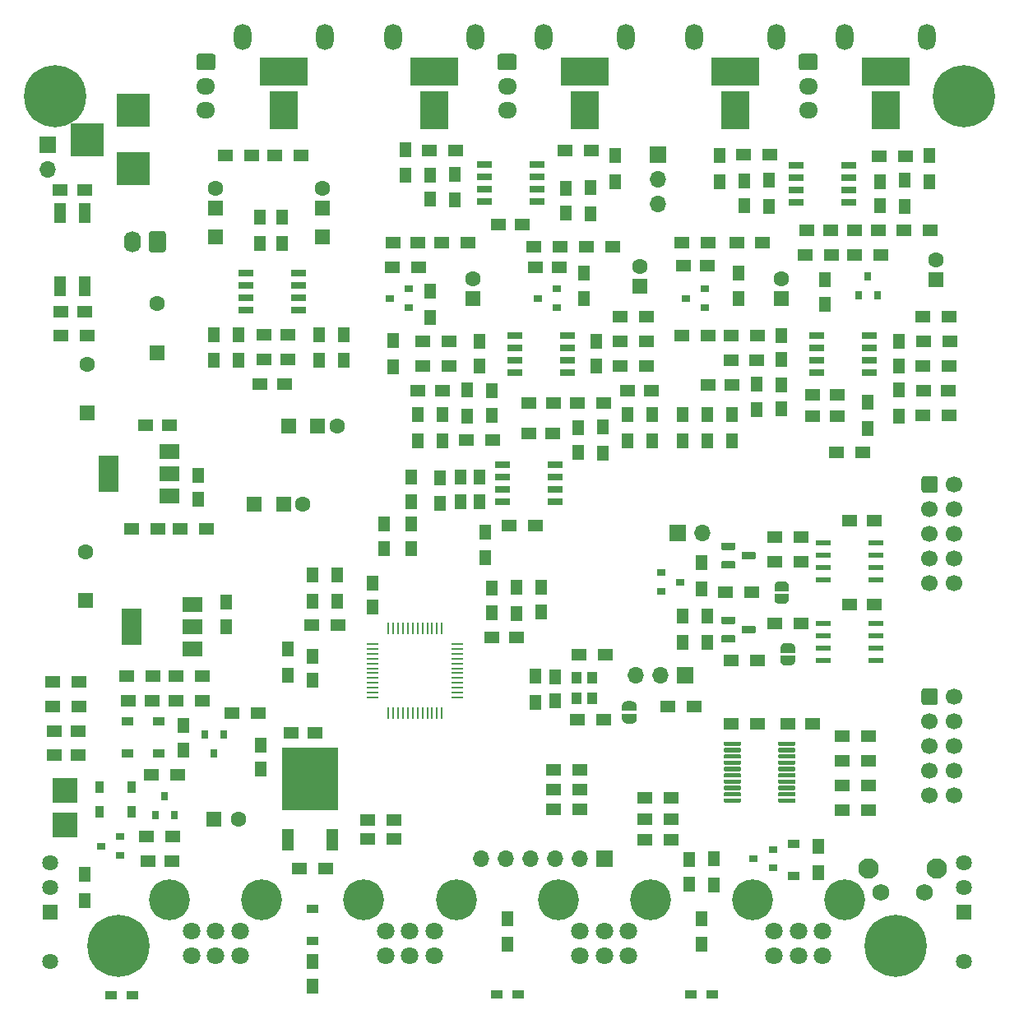
<source format=gts>
G04 #@! TF.GenerationSoftware,KiCad,Pcbnew,(5.1.9-0-10_14)*
G04 #@! TF.CreationDate,2022-04-29T11:46:03+09:00*
G04 #@! TF.ProjectId,FreeDSP_Catamaran,46726565-4453-4505-9f43-6174616d6172,rev?*
G04 #@! TF.SameCoordinates,Original*
G04 #@! TF.FileFunction,Soldermask,Top*
G04 #@! TF.FilePolarity,Negative*
%FSLAX46Y46*%
G04 Gerber Fmt 4.6, Leading zero omitted, Abs format (unit mm)*
G04 Created by KiCad (PCBNEW (5.1.9-0-10_14)) date 2022-04-29 11:46:03*
%MOMM*%
%LPD*%
G01*
G04 APERTURE LIST*
%ADD10C,4.200000*%
%ADD11C,1.800000*%
%ADD12O,1.950000X1.700000*%
%ADD13R,1.524000X1.524000*%
%ADD14C,1.600000*%
%ADD15R,1.600000X1.600000*%
%ADD16R,1.500000X1.300000*%
%ADD17R,1.300000X1.500000*%
%ADD18R,1.250000X1.500000*%
%ADD19R,1.500000X1.250000*%
%ADD20R,1.200000X0.900000*%
%ADD21R,0.900000X1.200000*%
%ADD22R,1.200000X2.000000*%
%ADD23R,0.250000X1.300000*%
%ADD24R,1.300000X0.250000*%
%ADD25R,1.550000X0.600000*%
%ADD26O,1.700000X1.700000*%
%ADD27R,1.700000X1.700000*%
%ADD28R,5.000000X3.000000*%
%ADD29R,3.000000X4.000000*%
%ADD30O,1.800000X2.700000*%
%ADD31C,1.700000*%
%ADD32R,3.500000X3.500000*%
%ADD33C,0.100000*%
%ADD34C,2.100000*%
%ADD35C,1.750000*%
%ADD36C,0.800000*%
%ADD37C,6.400000*%
%ADD38R,0.900000X0.800000*%
%ADD39R,0.800000X0.900000*%
%ADD40R,1.200000X2.200000*%
%ADD41R,5.800000X6.400000*%
%ADD42R,1.635000X1.635000*%
%ADD43C,1.635000*%
%ADD44R,1.525000X0.650000*%
%ADD45R,2.000000X3.800000*%
%ADD46R,2.000000X1.500000*%
%ADD47R,1.100000X1.300000*%
%ADD48O,1.740000X2.190000*%
%ADD49R,2.500000X2.500000*%
G04 APERTURE END LIST*
D10*
X125250000Y-129200000D03*
X134750000Y-129200000D03*
D11*
X127500000Y-132500000D03*
X130000000Y-132500000D03*
X132500000Y-132500000D03*
X127500000Y-135000000D03*
X130000000Y-135000000D03*
X132500000Y-135000000D03*
G36*
G01*
X68275000Y-42150000D02*
X69725000Y-42150000D01*
G75*
G02*
X69975000Y-42400000I0J-250000D01*
G01*
X69975000Y-43600000D01*
G75*
G02*
X69725000Y-43850000I-250000J0D01*
G01*
X68275000Y-43850000D01*
G75*
G02*
X68025000Y-43600000I0J250000D01*
G01*
X68025000Y-42400000D01*
G75*
G02*
X68275000Y-42150000I250000J0D01*
G01*
G37*
D12*
X69000000Y-45500000D03*
X69000000Y-48000000D03*
D13*
X77500000Y-80500000D03*
D14*
X82500000Y-80500000D03*
D15*
X80500000Y-80500000D03*
D13*
X74000000Y-88500000D03*
D14*
X79000000Y-88500000D03*
D15*
X77000000Y-88500000D03*
D16*
X145495000Y-69215000D03*
X142795000Y-69215000D03*
D11*
X92500000Y-135000000D03*
X90000000Y-135000000D03*
X87500000Y-135000000D03*
X92500000Y-132500000D03*
X90000000Y-132500000D03*
X87500000Y-132500000D03*
D10*
X94750000Y-129200000D03*
X85250000Y-129200000D03*
D17*
X121285000Y-127715000D03*
X121285000Y-125015000D03*
G36*
G01*
X130275000Y-42150000D02*
X131725000Y-42150000D01*
G75*
G02*
X131975000Y-42400000I0J-250000D01*
G01*
X131975000Y-43600000D01*
G75*
G02*
X131725000Y-43850000I-250000J0D01*
G01*
X130275000Y-43850000D01*
G75*
G02*
X130025000Y-43600000I0J250000D01*
G01*
X130025000Y-42400000D01*
G75*
G02*
X130275000Y-42150000I250000J0D01*
G01*
G37*
D12*
X131000000Y-45500000D03*
X131000000Y-48000000D03*
X100000000Y-48000000D03*
X100000000Y-45500000D03*
G36*
G01*
X99275000Y-42150000D02*
X100725000Y-42150000D01*
G75*
G02*
X100975000Y-42400000I0J-250000D01*
G01*
X100975000Y-43600000D01*
G75*
G02*
X100725000Y-43850000I-250000J0D01*
G01*
X99275000Y-43850000D01*
G75*
G02*
X99025000Y-43600000I0J250000D01*
G01*
X99025000Y-42400000D01*
G75*
G02*
X99275000Y-42150000I250000J0D01*
G01*
G37*
D17*
X123190000Y-81995000D03*
X123190000Y-79295000D03*
D18*
X97155000Y-71775000D03*
X97155000Y-74275000D03*
D19*
X128925000Y-111125000D03*
X131425000Y-111125000D03*
X93325000Y-76835000D03*
X90825000Y-76835000D03*
D15*
X96520000Y-67310000D03*
D14*
X96520000Y-65310000D03*
D18*
X98425000Y-76855000D03*
X98425000Y-79355000D03*
D19*
X90785000Y-61595000D03*
X88285000Y-61595000D03*
D18*
X109220000Y-74275000D03*
X109220000Y-71775000D03*
D19*
X112395000Y-76835000D03*
X114895000Y-76835000D03*
D14*
X113665000Y-64040000D03*
D15*
X113665000Y-66040000D03*
D18*
X107315000Y-80665000D03*
X107315000Y-83165000D03*
D19*
X102890000Y-64135000D03*
X105390000Y-64135000D03*
D18*
X90170000Y-93071000D03*
X90170000Y-90571000D03*
X87376000Y-90571000D03*
X87376000Y-93071000D03*
X90170000Y-88245000D03*
X90170000Y-85745000D03*
X95250000Y-88245000D03*
X95250000Y-85745000D03*
X128270000Y-71140000D03*
X128270000Y-73640000D03*
X98425000Y-99675000D03*
X98425000Y-97175000D03*
X103505000Y-97106400D03*
X103505000Y-99606400D03*
D19*
X120670000Y-76200000D03*
X123170000Y-76200000D03*
D15*
X128270000Y-67310000D03*
D14*
X128270000Y-65310000D03*
D19*
X56512800Y-56134000D03*
X54012800Y-56134000D03*
D18*
X128270000Y-76220000D03*
X128270000Y-78720000D03*
D19*
X120630000Y-64000000D03*
X118130000Y-64000000D03*
D18*
X140335000Y-74275000D03*
X140335000Y-71775000D03*
X118745000Y-125115000D03*
X118745000Y-127615000D03*
D19*
X137775000Y-98880000D03*
X135275000Y-98880000D03*
X142895000Y-76835000D03*
X145395000Y-76835000D03*
D14*
X144145000Y-63405000D03*
D15*
X144145000Y-65405000D03*
D19*
X133980240Y-79496920D03*
X131480240Y-79496920D03*
X135750000Y-60325000D03*
X138250000Y-60325000D03*
X62758000Y-80424000D03*
X65258000Y-80424000D03*
D18*
X68199000Y-88024000D03*
X68199000Y-85524000D03*
D14*
X56769000Y-74154000D03*
D15*
X56769000Y-79154000D03*
X56642000Y-98425000D03*
D14*
X56642000Y-93425000D03*
D18*
X71120000Y-98605000D03*
X71120000Y-101105000D03*
D19*
X98445000Y-102235000D03*
X100945000Y-102235000D03*
D18*
X80010000Y-104160000D03*
X80010000Y-106660000D03*
D19*
X77744000Y-112014000D03*
X80244000Y-112014000D03*
D18*
X74676000Y-115804000D03*
X74676000Y-113304000D03*
D19*
X137775000Y-90170000D03*
X135275000Y-90170000D03*
D18*
X97155000Y-88245000D03*
X97155000Y-85745000D03*
D19*
X65512000Y-125255000D03*
X63012000Y-125255000D03*
X77470000Y-71105000D03*
X74970000Y-71105000D03*
D18*
X104955000Y-108784000D03*
X104955000Y-106284000D03*
D19*
X131480240Y-77271880D03*
X133980240Y-77271880D03*
X104755000Y-78105000D03*
X102255000Y-78105000D03*
D18*
X66675000Y-113805000D03*
X66675000Y-111305000D03*
D19*
X63480000Y-108745000D03*
X60980000Y-108745000D03*
X55860000Y-111920000D03*
X53360000Y-111920000D03*
D18*
X86136500Y-99126400D03*
X86136500Y-96626400D03*
D19*
X54032800Y-68671400D03*
X56532800Y-68671400D03*
D18*
X80010000Y-138125000D03*
X80010000Y-135625000D03*
D19*
X74585000Y-76185000D03*
X77085000Y-76185000D03*
D20*
X129540000Y-126745000D03*
X129540000Y-123445000D03*
D21*
X58040000Y-120175000D03*
X61340000Y-120175000D03*
X61340000Y-117635000D03*
X58040000Y-117635000D03*
D20*
X59225000Y-139065000D03*
X61425000Y-139065000D03*
X60960000Y-110905000D03*
X60960000Y-114205000D03*
X64135000Y-110905000D03*
X64135000Y-114205000D03*
X80010000Y-130145000D03*
X80010000Y-133445000D03*
D22*
X56557800Y-66086400D03*
X54017800Y-66086400D03*
X54017800Y-58586400D03*
X56557800Y-58586400D03*
D23*
X87790000Y-101310000D03*
X88290000Y-101310000D03*
X88790000Y-101310000D03*
X89290000Y-101310000D03*
X89790000Y-101310000D03*
X90290000Y-101310000D03*
X90790000Y-101310000D03*
X91290000Y-101310000D03*
X91790000Y-101310000D03*
X92290000Y-101310000D03*
X92790000Y-101310000D03*
X93290000Y-101310000D03*
D24*
X94890000Y-102910000D03*
X94890000Y-103410000D03*
X94890000Y-103910000D03*
X94890000Y-104410000D03*
X94890000Y-104910000D03*
X94890000Y-105410000D03*
X94890000Y-105910000D03*
X94890000Y-106410000D03*
X94890000Y-106910000D03*
X94890000Y-107410000D03*
X94890000Y-107910000D03*
X94890000Y-108410000D03*
D23*
X93290000Y-110010000D03*
X92790000Y-110010000D03*
X92290000Y-110010000D03*
X91790000Y-110010000D03*
X91290000Y-110010000D03*
X90790000Y-110010000D03*
X90290000Y-110010000D03*
X89790000Y-110010000D03*
X89290000Y-110010000D03*
X88790000Y-110010000D03*
X88290000Y-110010000D03*
X87790000Y-110010000D03*
D24*
X86190000Y-108410000D03*
X86190000Y-107910000D03*
X86190000Y-107410000D03*
X86190000Y-106910000D03*
X86190000Y-106410000D03*
X86190000Y-105910000D03*
X86190000Y-105410000D03*
X86190000Y-104910000D03*
X86190000Y-104410000D03*
X86190000Y-103910000D03*
X86190000Y-103410000D03*
X86190000Y-102910000D03*
D25*
X132555000Y-104595000D03*
X132555000Y-103325000D03*
X132555000Y-102055000D03*
X132555000Y-100785000D03*
X137955000Y-100785000D03*
X137955000Y-102055000D03*
X137955000Y-103325000D03*
X137955000Y-104595000D03*
X137955000Y-96340000D03*
X137955000Y-95070000D03*
X137955000Y-93800000D03*
X137955000Y-92530000D03*
X132555000Y-92530000D03*
X132555000Y-93800000D03*
X132555000Y-95070000D03*
X132555000Y-96340000D03*
D26*
X52705000Y-54040000D03*
D27*
X52705000Y-51500000D03*
D28*
X92500000Y-44000000D03*
D29*
X92500000Y-48000000D03*
D30*
X88250000Y-40450000D03*
X96750000Y-40450000D03*
G36*
G01*
X142660000Y-108931000D02*
X142660000Y-107731000D01*
G75*
G02*
X142910000Y-107481000I250000J0D01*
G01*
X144110000Y-107481000D01*
G75*
G02*
X144360000Y-107731000I0J-250000D01*
G01*
X144360000Y-108931000D01*
G75*
G02*
X144110000Y-109181000I-250000J0D01*
G01*
X142910000Y-109181000D01*
G75*
G02*
X142660000Y-108931000I0J250000D01*
G01*
G37*
D31*
X143510000Y-110871000D03*
X143510000Y-113411000D03*
X143510000Y-115951000D03*
X143510000Y-118491000D03*
X146050000Y-108331000D03*
X146050000Y-110871000D03*
X146050000Y-113411000D03*
X146050000Y-115951000D03*
X146050000Y-118491000D03*
D28*
X108000000Y-44000000D03*
D29*
X108000000Y-48000000D03*
D30*
X103750000Y-40450000D03*
X112250000Y-40450000D03*
X81250000Y-40450000D03*
X72750000Y-40450000D03*
D29*
X77000000Y-48000000D03*
D28*
X77000000Y-44000000D03*
D30*
X127750000Y-40450000D03*
X119250000Y-40450000D03*
D29*
X123500000Y-48000000D03*
D28*
X123500000Y-44000000D03*
D27*
X110000000Y-125000000D03*
D26*
X107460000Y-125000000D03*
X104920000Y-125000000D03*
X102380000Y-125000000D03*
X99840000Y-125000000D03*
X97300000Y-125000000D03*
D28*
X139000000Y-44000000D03*
D29*
X139000000Y-48000000D03*
D30*
X134750000Y-40450000D03*
X143250000Y-40450000D03*
D32*
X56800000Y-51000000D03*
X61500000Y-48000000D03*
X61500000Y-54000000D03*
D27*
X117560000Y-91440000D03*
D26*
X120100000Y-91440000D03*
D27*
X118367000Y-106103000D03*
D26*
X115827000Y-106103000D03*
X113287000Y-106103000D03*
D33*
G36*
X111843000Y-109791000D02*
G01*
X111843000Y-109291000D01*
X111843602Y-109291000D01*
X111843602Y-109266466D01*
X111848412Y-109217635D01*
X111857984Y-109169510D01*
X111872228Y-109122555D01*
X111891005Y-109077222D01*
X111914136Y-109033949D01*
X111941396Y-108993150D01*
X111972524Y-108955221D01*
X112007221Y-108920524D01*
X112045150Y-108889396D01*
X112085949Y-108862136D01*
X112129222Y-108839005D01*
X112174555Y-108820228D01*
X112221510Y-108805984D01*
X112269635Y-108796412D01*
X112318466Y-108791602D01*
X112343000Y-108791602D01*
X112343000Y-108791000D01*
X112843000Y-108791000D01*
X112843000Y-108791602D01*
X112867534Y-108791602D01*
X112916365Y-108796412D01*
X112964490Y-108805984D01*
X113011445Y-108820228D01*
X113056778Y-108839005D01*
X113100051Y-108862136D01*
X113140850Y-108889396D01*
X113178779Y-108920524D01*
X113213476Y-108955221D01*
X113244604Y-108993150D01*
X113271864Y-109033949D01*
X113294995Y-109077222D01*
X113313772Y-109122555D01*
X113328016Y-109169510D01*
X113337588Y-109217635D01*
X113342398Y-109266466D01*
X113342398Y-109291000D01*
X113343000Y-109291000D01*
X113343000Y-109791000D01*
X111843000Y-109791000D01*
G37*
G36*
X113342398Y-110591000D02*
G01*
X113342398Y-110615534D01*
X113337588Y-110664365D01*
X113328016Y-110712490D01*
X113313772Y-110759445D01*
X113294995Y-110804778D01*
X113271864Y-110848051D01*
X113244604Y-110888850D01*
X113213476Y-110926779D01*
X113178779Y-110961476D01*
X113140850Y-110992604D01*
X113100051Y-111019864D01*
X113056778Y-111042995D01*
X113011445Y-111061772D01*
X112964490Y-111076016D01*
X112916365Y-111085588D01*
X112867534Y-111090398D01*
X112843000Y-111090398D01*
X112843000Y-111091000D01*
X112343000Y-111091000D01*
X112343000Y-111090398D01*
X112318466Y-111090398D01*
X112269635Y-111085588D01*
X112221510Y-111076016D01*
X112174555Y-111061772D01*
X112129222Y-111042995D01*
X112085949Y-111019864D01*
X112045150Y-110992604D01*
X112007221Y-110961476D01*
X111972524Y-110926779D01*
X111941396Y-110888850D01*
X111914136Y-110848051D01*
X111891005Y-110804778D01*
X111872228Y-110759445D01*
X111857984Y-110712490D01*
X111848412Y-110664365D01*
X111843602Y-110615534D01*
X111843602Y-110591000D01*
X111843000Y-110591000D01*
X111843000Y-110091000D01*
X113343000Y-110091000D01*
X113343000Y-110591000D01*
X113342398Y-110591000D01*
G37*
D34*
X137240000Y-126010000D03*
D35*
X138500000Y-128500000D03*
X143000000Y-128500000D03*
D34*
X144250000Y-126010000D03*
D33*
G36*
X129654398Y-104610000D02*
G01*
X129654398Y-104634534D01*
X129649588Y-104683365D01*
X129640016Y-104731490D01*
X129625772Y-104778445D01*
X129606995Y-104823778D01*
X129583864Y-104867051D01*
X129556604Y-104907850D01*
X129525476Y-104945779D01*
X129490779Y-104980476D01*
X129452850Y-105011604D01*
X129412051Y-105038864D01*
X129368778Y-105061995D01*
X129323445Y-105080772D01*
X129276490Y-105095016D01*
X129228365Y-105104588D01*
X129179534Y-105109398D01*
X129155000Y-105109398D01*
X129155000Y-105110000D01*
X128655000Y-105110000D01*
X128655000Y-105109398D01*
X128630466Y-105109398D01*
X128581635Y-105104588D01*
X128533510Y-105095016D01*
X128486555Y-105080772D01*
X128441222Y-105061995D01*
X128397949Y-105038864D01*
X128357150Y-105011604D01*
X128319221Y-104980476D01*
X128284524Y-104945779D01*
X128253396Y-104907850D01*
X128226136Y-104867051D01*
X128203005Y-104823778D01*
X128184228Y-104778445D01*
X128169984Y-104731490D01*
X128160412Y-104683365D01*
X128155602Y-104634534D01*
X128155602Y-104610000D01*
X128155000Y-104610000D01*
X128155000Y-104110000D01*
X129655000Y-104110000D01*
X129655000Y-104610000D01*
X129654398Y-104610000D01*
G37*
G36*
X128155000Y-103810000D02*
G01*
X128155000Y-103310000D01*
X128155602Y-103310000D01*
X128155602Y-103285466D01*
X128160412Y-103236635D01*
X128169984Y-103188510D01*
X128184228Y-103141555D01*
X128203005Y-103096222D01*
X128226136Y-103052949D01*
X128253396Y-103012150D01*
X128284524Y-102974221D01*
X128319221Y-102939524D01*
X128357150Y-102908396D01*
X128397949Y-102881136D01*
X128441222Y-102858005D01*
X128486555Y-102839228D01*
X128533510Y-102824984D01*
X128581635Y-102815412D01*
X128630466Y-102810602D01*
X128655000Y-102810602D01*
X128655000Y-102810000D01*
X129155000Y-102810000D01*
X129155000Y-102810602D01*
X129179534Y-102810602D01*
X129228365Y-102815412D01*
X129276490Y-102824984D01*
X129323445Y-102839228D01*
X129368778Y-102858005D01*
X129412051Y-102881136D01*
X129452850Y-102908396D01*
X129490779Y-102939524D01*
X129525476Y-102974221D01*
X129556604Y-103012150D01*
X129583864Y-103052949D01*
X129606995Y-103096222D01*
X129625772Y-103141555D01*
X129640016Y-103188510D01*
X129649588Y-103236635D01*
X129654398Y-103285466D01*
X129654398Y-103310000D01*
X129655000Y-103310000D01*
X129655000Y-103810000D01*
X128155000Y-103810000D01*
G37*
G36*
X127520000Y-97460000D02*
G01*
X127520000Y-96960000D01*
X127520602Y-96960000D01*
X127520602Y-96935466D01*
X127525412Y-96886635D01*
X127534984Y-96838510D01*
X127549228Y-96791555D01*
X127568005Y-96746222D01*
X127591136Y-96702949D01*
X127618396Y-96662150D01*
X127649524Y-96624221D01*
X127684221Y-96589524D01*
X127722150Y-96558396D01*
X127762949Y-96531136D01*
X127806222Y-96508005D01*
X127851555Y-96489228D01*
X127898510Y-96474984D01*
X127946635Y-96465412D01*
X127995466Y-96460602D01*
X128020000Y-96460602D01*
X128020000Y-96460000D01*
X128520000Y-96460000D01*
X128520000Y-96460602D01*
X128544534Y-96460602D01*
X128593365Y-96465412D01*
X128641490Y-96474984D01*
X128688445Y-96489228D01*
X128733778Y-96508005D01*
X128777051Y-96531136D01*
X128817850Y-96558396D01*
X128855779Y-96589524D01*
X128890476Y-96624221D01*
X128921604Y-96662150D01*
X128948864Y-96702949D01*
X128971995Y-96746222D01*
X128990772Y-96791555D01*
X129005016Y-96838510D01*
X129014588Y-96886635D01*
X129019398Y-96935466D01*
X129019398Y-96960000D01*
X129020000Y-96960000D01*
X129020000Y-97460000D01*
X127520000Y-97460000D01*
G37*
G36*
X129019398Y-98260000D02*
G01*
X129019398Y-98284534D01*
X129014588Y-98333365D01*
X129005016Y-98381490D01*
X128990772Y-98428445D01*
X128971995Y-98473778D01*
X128948864Y-98517051D01*
X128921604Y-98557850D01*
X128890476Y-98595779D01*
X128855779Y-98630476D01*
X128817850Y-98661604D01*
X128777051Y-98688864D01*
X128733778Y-98711995D01*
X128688445Y-98730772D01*
X128641490Y-98745016D01*
X128593365Y-98754588D01*
X128544534Y-98759398D01*
X128520000Y-98759398D01*
X128520000Y-98760000D01*
X128020000Y-98760000D01*
X128020000Y-98759398D01*
X127995466Y-98759398D01*
X127946635Y-98754588D01*
X127898510Y-98745016D01*
X127851555Y-98730772D01*
X127806222Y-98711995D01*
X127762949Y-98688864D01*
X127722150Y-98661604D01*
X127684221Y-98630476D01*
X127649524Y-98595779D01*
X127618396Y-98557850D01*
X127591136Y-98517051D01*
X127568005Y-98473778D01*
X127549228Y-98428445D01*
X127534984Y-98381490D01*
X127525412Y-98333365D01*
X127520602Y-98284534D01*
X127520602Y-98260000D01*
X127520000Y-98260000D01*
X127520000Y-97760000D01*
X129020000Y-97760000D01*
X129020000Y-98260000D01*
X129019398Y-98260000D01*
G37*
D36*
X55197056Y-44802944D03*
X53500000Y-44100000D03*
X51802944Y-44802944D03*
X51100000Y-46500000D03*
X51802944Y-48197056D03*
X53500000Y-48900000D03*
X55197056Y-48197056D03*
X55900000Y-46500000D03*
D37*
X53500000Y-46500000D03*
D38*
X87900000Y-67310000D03*
X89900000Y-66360000D03*
X89900000Y-68260000D03*
D39*
X70800000Y-112190000D03*
X68900000Y-112190000D03*
X69850000Y-114190000D03*
D38*
X105140000Y-68260000D03*
X105140000Y-66360000D03*
X103140000Y-67310000D03*
X118380000Y-67310000D03*
X120380000Y-66360000D03*
X120380000Y-68260000D03*
X117840000Y-96520000D03*
X115840000Y-97470000D03*
X115840000Y-95570000D03*
D39*
X136210000Y-67040000D03*
X138110000Y-67040000D03*
X137160000Y-65040000D03*
D40*
X77476000Y-123072000D03*
X82036000Y-123072000D03*
D41*
X79756000Y-116772000D03*
G36*
G01*
X124155000Y-101720000D02*
X124155000Y-101120000D01*
G75*
G02*
X124225000Y-101050000I70000J0D01*
G01*
X125525000Y-101050000D01*
G75*
G02*
X125595000Y-101120000I0J-70000D01*
G01*
X125595000Y-101720000D01*
G75*
G02*
X125525000Y-101790000I-70000J0D01*
G01*
X124225000Y-101790000D01*
G75*
G02*
X124155000Y-101720000I0J70000D01*
G01*
G37*
G36*
G01*
X122055000Y-102670000D02*
X122055000Y-102070000D01*
G75*
G02*
X122125000Y-102000000I70000J0D01*
G01*
X123425000Y-102000000D01*
G75*
G02*
X123495000Y-102070000I0J-70000D01*
G01*
X123495000Y-102670000D01*
G75*
G02*
X123425000Y-102740000I-70000J0D01*
G01*
X122125000Y-102740000D01*
G75*
G02*
X122055000Y-102670000I0J70000D01*
G01*
G37*
G36*
G01*
X122055000Y-100770000D02*
X122055000Y-100170000D01*
G75*
G02*
X122125000Y-100100000I70000J0D01*
G01*
X123425000Y-100100000D01*
G75*
G02*
X123495000Y-100170000I0J-70000D01*
G01*
X123495000Y-100770000D01*
G75*
G02*
X123425000Y-100840000I-70000J0D01*
G01*
X122125000Y-100840000D01*
G75*
G02*
X122055000Y-100770000I0J70000D01*
G01*
G37*
D39*
X64770000Y-118540000D03*
X65720000Y-120540000D03*
X63820000Y-120540000D03*
G36*
G01*
X122055000Y-93150000D02*
X122055000Y-92550000D01*
G75*
G02*
X122125000Y-92480000I70000J0D01*
G01*
X123425000Y-92480000D01*
G75*
G02*
X123495000Y-92550000I0J-70000D01*
G01*
X123495000Y-93150000D01*
G75*
G02*
X123425000Y-93220000I-70000J0D01*
G01*
X122125000Y-93220000D01*
G75*
G02*
X122055000Y-93150000I0J70000D01*
G01*
G37*
G36*
G01*
X122055000Y-95050000D02*
X122055000Y-94450000D01*
G75*
G02*
X122125000Y-94380000I70000J0D01*
G01*
X123425000Y-94380000D01*
G75*
G02*
X123495000Y-94450000I0J-70000D01*
G01*
X123495000Y-95050000D01*
G75*
G02*
X123425000Y-95120000I-70000J0D01*
G01*
X122125000Y-95120000D01*
G75*
G02*
X122055000Y-95050000I0J70000D01*
G01*
G37*
G36*
G01*
X124155000Y-94100000D02*
X124155000Y-93500000D01*
G75*
G02*
X124225000Y-93430000I70000J0D01*
G01*
X125525000Y-93430000D01*
G75*
G02*
X125595000Y-93500000I0J-70000D01*
G01*
X125595000Y-94100000D01*
G75*
G02*
X125525000Y-94170000I-70000J0D01*
G01*
X124225000Y-94170000D01*
G75*
G02*
X124155000Y-94100000I0J70000D01*
G01*
G37*
D38*
X127365000Y-125950000D03*
X127365000Y-124050000D03*
X125365000Y-125000000D03*
X58182000Y-123698000D03*
X60182000Y-122748000D03*
X60182000Y-124648000D03*
D16*
X94060000Y-71755000D03*
X91360000Y-71755000D03*
D17*
X90805000Y-81995000D03*
X90805000Y-79295000D03*
D16*
X94060000Y-74295000D03*
X91360000Y-74295000D03*
X119280000Y-109317000D03*
X116580000Y-109317000D03*
X95965000Y-61595000D03*
X93265000Y-61595000D03*
X95805000Y-81915000D03*
X98505000Y-81915000D03*
D17*
X95885000Y-76755000D03*
X95885000Y-79455000D03*
D16*
X134540000Y-112395000D03*
X137240000Y-112395000D03*
X137240000Y-114935000D03*
X134540000Y-114935000D03*
X88185000Y-64135000D03*
X90885000Y-64135000D03*
D17*
X93345000Y-81995000D03*
X93345000Y-79295000D03*
X92075000Y-66595000D03*
X92075000Y-69295000D03*
D16*
X134540000Y-117475000D03*
X137240000Y-117475000D03*
X137240000Y-120015000D03*
X134540000Y-120015000D03*
X114220000Y-118745000D03*
X116920000Y-118745000D03*
X114220000Y-120904000D03*
X116920000Y-120904000D03*
X114220000Y-123063000D03*
X116920000Y-123063000D03*
X111680000Y-71755000D03*
X114380000Y-71755000D03*
X123110000Y-111125000D03*
X125810000Y-111125000D03*
D17*
X114935000Y-79295000D03*
X114935000Y-81995000D03*
D16*
X111680000Y-74295000D03*
X114380000Y-74295000D03*
X108150000Y-62000000D03*
X110850000Y-62000000D03*
D17*
X112395000Y-81995000D03*
X112395000Y-79295000D03*
D16*
X109935000Y-78105000D03*
X107235000Y-78105000D03*
X105490000Y-62000000D03*
X102790000Y-62000000D03*
D17*
X109855000Y-80565000D03*
X109855000Y-83265000D03*
X107950000Y-67390000D03*
X107950000Y-64690000D03*
X74565000Y-61675000D03*
X74565000Y-58975000D03*
X69850000Y-71040000D03*
X69850000Y-73740000D03*
X93091000Y-88472000D03*
X93091000Y-85772000D03*
D16*
X123110000Y-71120000D03*
X125810000Y-71120000D03*
D17*
X118110000Y-79295000D03*
X118110000Y-81995000D03*
D16*
X123030000Y-73660000D03*
X125730000Y-73660000D03*
D17*
X82550000Y-98505000D03*
X82550000Y-95805000D03*
D16*
X126323080Y-61615320D03*
X123623080Y-61615320D03*
X79930000Y-100965000D03*
X82630000Y-100965000D03*
D17*
X100965000Y-97075000D03*
X100965000Y-99775000D03*
X125730000Y-76120000D03*
X125730000Y-78820000D03*
X76835000Y-58960000D03*
X76835000Y-61660000D03*
D16*
X118030000Y-61595000D03*
X120730000Y-61595000D03*
D17*
X120650000Y-81995000D03*
X120650000Y-79295000D03*
X123825000Y-64690000D03*
X123825000Y-67390000D03*
D16*
X76120000Y-52595000D03*
X78820000Y-52595000D03*
X107375000Y-104034000D03*
X110075000Y-104034000D03*
D17*
X80010000Y-98505000D03*
X80010000Y-95805000D03*
D16*
X109971000Y-110714000D03*
X107271000Y-110714000D03*
D17*
X132080000Y-126445000D03*
X132080000Y-123745000D03*
D16*
X145575000Y-71755000D03*
X142875000Y-71755000D03*
X145495000Y-79375000D03*
X142795000Y-79375000D03*
X145495000Y-74295000D03*
X142795000Y-74295000D03*
D17*
X80645000Y-73740000D03*
X80645000Y-71040000D03*
D16*
X130255000Y-94435000D03*
X127555000Y-94435000D03*
X123110000Y-104595000D03*
X125810000Y-104595000D03*
X140890000Y-60325000D03*
X143590000Y-60325000D03*
D17*
X140335000Y-79455000D03*
X140335000Y-76755000D03*
X137160000Y-78025000D03*
X137160000Y-80725000D03*
D16*
X85650000Y-123000000D03*
X88350000Y-123000000D03*
X81360000Y-125984000D03*
X78660000Y-125984000D03*
X88350000Y-121000000D03*
X85650000Y-121000000D03*
X138510000Y-62865000D03*
X135810000Y-62865000D03*
X136605000Y-83185000D03*
X133905000Y-83185000D03*
X133430000Y-62865000D03*
X130730000Y-62865000D03*
X61341000Y-91092000D03*
X64041000Y-91092000D03*
X63580000Y-106205000D03*
X60880000Y-106205000D03*
X54080400Y-71127600D03*
X56780400Y-71127600D03*
X66341000Y-91092000D03*
X69041000Y-91092000D03*
X68660000Y-106205000D03*
X65960000Y-106205000D03*
X66120000Y-116365000D03*
X63420000Y-116365000D03*
D17*
X83185000Y-71040000D03*
X83185000Y-73740000D03*
D16*
X125175000Y-97610000D03*
X122475000Y-97610000D03*
X62912000Y-122715000D03*
X65612000Y-122715000D03*
X100250000Y-90678000D03*
X102950000Y-90678000D03*
X55960000Y-109380000D03*
X53260000Y-109380000D03*
D17*
X97790000Y-91360000D03*
X97790000Y-94060000D03*
X72390000Y-73740000D03*
X72390000Y-71040000D03*
X56500000Y-129350000D03*
X56500000Y-126650000D03*
D16*
X74350000Y-110000000D03*
X71650000Y-110000000D03*
X65960000Y-108745000D03*
X68660000Y-108745000D03*
D17*
X102955000Y-106184000D03*
X102955000Y-108884000D03*
D16*
X53260000Y-106840000D03*
X55960000Y-106840000D03*
D17*
X118110000Y-102770000D03*
X118110000Y-100070000D03*
X120650000Y-100070000D03*
X120650000Y-102770000D03*
D16*
X127555000Y-100785000D03*
X130255000Y-100785000D03*
D17*
X120015000Y-97235000D03*
X120015000Y-94535000D03*
D16*
X130255000Y-91895000D03*
X127555000Y-91895000D03*
D17*
X77470000Y-103425000D03*
X77470000Y-106125000D03*
D10*
X65250000Y-129200000D03*
X74750000Y-129200000D03*
D11*
X67500000Y-132500000D03*
X70000000Y-132500000D03*
X72500000Y-132500000D03*
X67500000Y-135000000D03*
X70000000Y-135000000D03*
X72500000Y-135000000D03*
D10*
X105250000Y-129200000D03*
X114750000Y-129200000D03*
D11*
X107500000Y-132500000D03*
X110000000Y-132500000D03*
X112500000Y-132500000D03*
X107500000Y-135000000D03*
X110000000Y-135000000D03*
X112500000Y-135000000D03*
D42*
X53000000Y-130500000D03*
D43*
X53000000Y-127960000D03*
X53000000Y-125420000D03*
X53000000Y-135580000D03*
X147000000Y-135580000D03*
X147000000Y-125420000D03*
X147000000Y-127960000D03*
D42*
X147000000Y-130500000D03*
D44*
X100793000Y-71120000D03*
X100793000Y-72390000D03*
X100793000Y-73660000D03*
X100793000Y-74930000D03*
X106217000Y-74930000D03*
X106217000Y-73660000D03*
X106217000Y-72390000D03*
X106217000Y-71120000D03*
G36*
G01*
X122400000Y-112955000D02*
X124000000Y-112955000D01*
G75*
G02*
X124070000Y-113025000I0J-70000D01*
G01*
X124070000Y-113325000D01*
G75*
G02*
X124000000Y-113395000I-70000J0D01*
G01*
X122400000Y-113395000D01*
G75*
G02*
X122330000Y-113325000I0J70000D01*
G01*
X122330000Y-113025000D01*
G75*
G02*
X122400000Y-112955000I70000J0D01*
G01*
G37*
G36*
G01*
X122400000Y-113605000D02*
X124000000Y-113605000D01*
G75*
G02*
X124070000Y-113675000I0J-70000D01*
G01*
X124070000Y-113975000D01*
G75*
G02*
X124000000Y-114045000I-70000J0D01*
G01*
X122400000Y-114045000D01*
G75*
G02*
X122330000Y-113975000I0J70000D01*
G01*
X122330000Y-113675000D01*
G75*
G02*
X122400000Y-113605000I70000J0D01*
G01*
G37*
G36*
G01*
X122400000Y-114255000D02*
X124000000Y-114255000D01*
G75*
G02*
X124070000Y-114325000I0J-70000D01*
G01*
X124070000Y-114625000D01*
G75*
G02*
X124000000Y-114695000I-70000J0D01*
G01*
X122400000Y-114695000D01*
G75*
G02*
X122330000Y-114625000I0J70000D01*
G01*
X122330000Y-114325000D01*
G75*
G02*
X122400000Y-114255000I70000J0D01*
G01*
G37*
G36*
G01*
X122400000Y-114905000D02*
X124000000Y-114905000D01*
G75*
G02*
X124070000Y-114975000I0J-70000D01*
G01*
X124070000Y-115275000D01*
G75*
G02*
X124000000Y-115345000I-70000J0D01*
G01*
X122400000Y-115345000D01*
G75*
G02*
X122330000Y-115275000I0J70000D01*
G01*
X122330000Y-114975000D01*
G75*
G02*
X122400000Y-114905000I70000J0D01*
G01*
G37*
G36*
G01*
X122400000Y-115555000D02*
X124000000Y-115555000D01*
G75*
G02*
X124070000Y-115625000I0J-70000D01*
G01*
X124070000Y-115925000D01*
G75*
G02*
X124000000Y-115995000I-70000J0D01*
G01*
X122400000Y-115995000D01*
G75*
G02*
X122330000Y-115925000I0J70000D01*
G01*
X122330000Y-115625000D01*
G75*
G02*
X122400000Y-115555000I70000J0D01*
G01*
G37*
G36*
G01*
X122400000Y-116205000D02*
X124000000Y-116205000D01*
G75*
G02*
X124070000Y-116275000I0J-70000D01*
G01*
X124070000Y-116575000D01*
G75*
G02*
X124000000Y-116645000I-70000J0D01*
G01*
X122400000Y-116645000D01*
G75*
G02*
X122330000Y-116575000I0J70000D01*
G01*
X122330000Y-116275000D01*
G75*
G02*
X122400000Y-116205000I70000J0D01*
G01*
G37*
G36*
G01*
X122400000Y-116855000D02*
X124000000Y-116855000D01*
G75*
G02*
X124070000Y-116925000I0J-70000D01*
G01*
X124070000Y-117225000D01*
G75*
G02*
X124000000Y-117295000I-70000J0D01*
G01*
X122400000Y-117295000D01*
G75*
G02*
X122330000Y-117225000I0J70000D01*
G01*
X122330000Y-116925000D01*
G75*
G02*
X122400000Y-116855000I70000J0D01*
G01*
G37*
G36*
G01*
X122400000Y-117505000D02*
X124000000Y-117505000D01*
G75*
G02*
X124070000Y-117575000I0J-70000D01*
G01*
X124070000Y-117875000D01*
G75*
G02*
X124000000Y-117945000I-70000J0D01*
G01*
X122400000Y-117945000D01*
G75*
G02*
X122330000Y-117875000I0J70000D01*
G01*
X122330000Y-117575000D01*
G75*
G02*
X122400000Y-117505000I70000J0D01*
G01*
G37*
G36*
G01*
X122400000Y-118155000D02*
X124000000Y-118155000D01*
G75*
G02*
X124070000Y-118225000I0J-70000D01*
G01*
X124070000Y-118525000D01*
G75*
G02*
X124000000Y-118595000I-70000J0D01*
G01*
X122400000Y-118595000D01*
G75*
G02*
X122330000Y-118525000I0J70000D01*
G01*
X122330000Y-118225000D01*
G75*
G02*
X122400000Y-118155000I70000J0D01*
G01*
G37*
G36*
G01*
X122400000Y-118805000D02*
X124000000Y-118805000D01*
G75*
G02*
X124070000Y-118875000I0J-70000D01*
G01*
X124070000Y-119175000D01*
G75*
G02*
X124000000Y-119245000I-70000J0D01*
G01*
X122400000Y-119245000D01*
G75*
G02*
X122330000Y-119175000I0J70000D01*
G01*
X122330000Y-118875000D01*
G75*
G02*
X122400000Y-118805000I70000J0D01*
G01*
G37*
G36*
G01*
X128000000Y-118805000D02*
X129600000Y-118805000D01*
G75*
G02*
X129670000Y-118875000I0J-70000D01*
G01*
X129670000Y-119175000D01*
G75*
G02*
X129600000Y-119245000I-70000J0D01*
G01*
X128000000Y-119245000D01*
G75*
G02*
X127930000Y-119175000I0J70000D01*
G01*
X127930000Y-118875000D01*
G75*
G02*
X128000000Y-118805000I70000J0D01*
G01*
G37*
G36*
G01*
X128000000Y-118155000D02*
X129600000Y-118155000D01*
G75*
G02*
X129670000Y-118225000I0J-70000D01*
G01*
X129670000Y-118525000D01*
G75*
G02*
X129600000Y-118595000I-70000J0D01*
G01*
X128000000Y-118595000D01*
G75*
G02*
X127930000Y-118525000I0J70000D01*
G01*
X127930000Y-118225000D01*
G75*
G02*
X128000000Y-118155000I70000J0D01*
G01*
G37*
G36*
G01*
X128000000Y-117505000D02*
X129600000Y-117505000D01*
G75*
G02*
X129670000Y-117575000I0J-70000D01*
G01*
X129670000Y-117875000D01*
G75*
G02*
X129600000Y-117945000I-70000J0D01*
G01*
X128000000Y-117945000D01*
G75*
G02*
X127930000Y-117875000I0J70000D01*
G01*
X127930000Y-117575000D01*
G75*
G02*
X128000000Y-117505000I70000J0D01*
G01*
G37*
G36*
G01*
X128000000Y-116855000D02*
X129600000Y-116855000D01*
G75*
G02*
X129670000Y-116925000I0J-70000D01*
G01*
X129670000Y-117225000D01*
G75*
G02*
X129600000Y-117295000I-70000J0D01*
G01*
X128000000Y-117295000D01*
G75*
G02*
X127930000Y-117225000I0J70000D01*
G01*
X127930000Y-116925000D01*
G75*
G02*
X128000000Y-116855000I70000J0D01*
G01*
G37*
G36*
G01*
X128000000Y-116205000D02*
X129600000Y-116205000D01*
G75*
G02*
X129670000Y-116275000I0J-70000D01*
G01*
X129670000Y-116575000D01*
G75*
G02*
X129600000Y-116645000I-70000J0D01*
G01*
X128000000Y-116645000D01*
G75*
G02*
X127930000Y-116575000I0J70000D01*
G01*
X127930000Y-116275000D01*
G75*
G02*
X128000000Y-116205000I70000J0D01*
G01*
G37*
G36*
G01*
X128000000Y-115555000D02*
X129600000Y-115555000D01*
G75*
G02*
X129670000Y-115625000I0J-70000D01*
G01*
X129670000Y-115925000D01*
G75*
G02*
X129600000Y-115995000I-70000J0D01*
G01*
X128000000Y-115995000D01*
G75*
G02*
X127930000Y-115925000I0J70000D01*
G01*
X127930000Y-115625000D01*
G75*
G02*
X128000000Y-115555000I70000J0D01*
G01*
G37*
G36*
G01*
X128000000Y-114905000D02*
X129600000Y-114905000D01*
G75*
G02*
X129670000Y-114975000I0J-70000D01*
G01*
X129670000Y-115275000D01*
G75*
G02*
X129600000Y-115345000I-70000J0D01*
G01*
X128000000Y-115345000D01*
G75*
G02*
X127930000Y-115275000I0J70000D01*
G01*
X127930000Y-114975000D01*
G75*
G02*
X128000000Y-114905000I70000J0D01*
G01*
G37*
G36*
G01*
X128000000Y-114255000D02*
X129600000Y-114255000D01*
G75*
G02*
X129670000Y-114325000I0J-70000D01*
G01*
X129670000Y-114625000D01*
G75*
G02*
X129600000Y-114695000I-70000J0D01*
G01*
X128000000Y-114695000D01*
G75*
G02*
X127930000Y-114625000I0J70000D01*
G01*
X127930000Y-114325000D01*
G75*
G02*
X128000000Y-114255000I70000J0D01*
G01*
G37*
G36*
G01*
X128000000Y-113605000D02*
X129600000Y-113605000D01*
G75*
G02*
X129670000Y-113675000I0J-70000D01*
G01*
X129670000Y-113975000D01*
G75*
G02*
X129600000Y-114045000I-70000J0D01*
G01*
X128000000Y-114045000D01*
G75*
G02*
X127930000Y-113975000I0J70000D01*
G01*
X127930000Y-113675000D01*
G75*
G02*
X128000000Y-113605000I70000J0D01*
G01*
G37*
G36*
G01*
X128000000Y-112955000D02*
X129600000Y-112955000D01*
G75*
G02*
X129670000Y-113025000I0J-70000D01*
G01*
X129670000Y-113325000D01*
G75*
G02*
X129600000Y-113395000I-70000J0D01*
G01*
X128000000Y-113395000D01*
G75*
G02*
X127930000Y-113325000I0J70000D01*
G01*
X127930000Y-113025000D01*
G75*
G02*
X128000000Y-112955000I70000J0D01*
G01*
G37*
X104947000Y-84455000D03*
X104947000Y-85725000D03*
X104947000Y-86995000D03*
X104947000Y-88265000D03*
X99523000Y-88265000D03*
X99523000Y-86995000D03*
X99523000Y-85725000D03*
X99523000Y-84455000D03*
X131908000Y-71120000D03*
X131908000Y-72390000D03*
X131908000Y-73660000D03*
X131908000Y-74930000D03*
X137332000Y-74930000D03*
X137332000Y-73660000D03*
X137332000Y-72390000D03*
X137332000Y-71120000D03*
D45*
X58937000Y-85390000D03*
D46*
X65237000Y-85390000D03*
X65237000Y-83090000D03*
X65237000Y-87690000D03*
X67650000Y-103425000D03*
X67650000Y-98825000D03*
X67650000Y-101125000D03*
D45*
X61350000Y-101125000D03*
D47*
X108780000Y-108494000D03*
X108780000Y-106394000D03*
X107130000Y-106394000D03*
X107130000Y-108494000D03*
G36*
G01*
X142660000Y-87087000D02*
X142660000Y-85887000D01*
G75*
G02*
X142910000Y-85637000I250000J0D01*
G01*
X144110000Y-85637000D01*
G75*
G02*
X144360000Y-85887000I0J-250000D01*
G01*
X144360000Y-87087000D01*
G75*
G02*
X144110000Y-87337000I-250000J0D01*
G01*
X142910000Y-87337000D01*
G75*
G02*
X142660000Y-87087000I0J250000D01*
G01*
G37*
D31*
X143510000Y-89027000D03*
X143510000Y-91567000D03*
X143510000Y-94107000D03*
X143510000Y-96647000D03*
X146050000Y-86487000D03*
X146050000Y-89027000D03*
X146050000Y-91567000D03*
X146050000Y-94107000D03*
X146050000Y-96647000D03*
D20*
X98900000Y-139000000D03*
X101100000Y-139000000D03*
X121100000Y-139000000D03*
X118900000Y-139000000D03*
D37*
X60000000Y-134000000D03*
X140000000Y-134000000D03*
X147000000Y-46500000D03*
D17*
X100000000Y-131150000D03*
X100000000Y-133850000D03*
X120000000Y-133850000D03*
X120000000Y-131150000D03*
D16*
X107522000Y-119888000D03*
X104822000Y-119888000D03*
X104822000Y-115824000D03*
X107522000Y-115824000D03*
X107522000Y-117856000D03*
X104822000Y-117856000D03*
D19*
X104714360Y-81213960D03*
X102214360Y-81213960D03*
X74950000Y-73645000D03*
X77450000Y-73645000D03*
D18*
X132715000Y-67925000D03*
X132715000Y-65425000D03*
D19*
X130830000Y-60325000D03*
X133330000Y-60325000D03*
D18*
X92075000Y-54630000D03*
X92075000Y-57130000D03*
D19*
X101580000Y-59690000D03*
X99080000Y-59690000D03*
D18*
X124460000Y-57765000D03*
X124460000Y-55265000D03*
X106045000Y-58520000D03*
X106045000Y-56020000D03*
X138430000Y-55325000D03*
X138430000Y-57825000D03*
D16*
X71040000Y-52595000D03*
X73740000Y-52595000D03*
D17*
X88265000Y-71675000D03*
X88265000Y-74375000D03*
D16*
X114380000Y-69215000D03*
X111680000Y-69215000D03*
X120730000Y-71120000D03*
X118030000Y-71120000D03*
D17*
X94615000Y-54530000D03*
X94615000Y-57230000D03*
X126975000Y-57865000D03*
X126975000Y-55165000D03*
X108585000Y-55920000D03*
X108585000Y-58620000D03*
X89535000Y-54690000D03*
X89535000Y-51990000D03*
X140970000Y-55165000D03*
X140970000Y-57865000D03*
X121920000Y-52625000D03*
X121920000Y-55325000D03*
X111125000Y-55325000D03*
X111125000Y-52625000D03*
X143510000Y-55325000D03*
X143510000Y-52625000D03*
D16*
X91995000Y-52070000D03*
X94695000Y-52070000D03*
X105965000Y-52070000D03*
X108665000Y-52070000D03*
X124380000Y-52500000D03*
X127080000Y-52500000D03*
X138350000Y-52705000D03*
X141050000Y-52705000D03*
D44*
X129788000Y-57405000D03*
X129788000Y-56135000D03*
X129788000Y-54865000D03*
X129788000Y-53595000D03*
X135212000Y-53595000D03*
X135212000Y-54865000D03*
X135212000Y-56135000D03*
X135212000Y-57405000D03*
X103082000Y-57345000D03*
X103082000Y-56075000D03*
X103082000Y-54805000D03*
X103082000Y-53535000D03*
X97658000Y-53535000D03*
X97658000Y-54805000D03*
X97658000Y-56075000D03*
X97658000Y-57345000D03*
X78547000Y-64755000D03*
X78547000Y-66025000D03*
X78547000Y-67295000D03*
X78547000Y-68565000D03*
X73123000Y-68565000D03*
X73123000Y-67295000D03*
X73123000Y-66025000D03*
X73123000Y-64755000D03*
D15*
X69850000Y-120904000D03*
D14*
X72350000Y-120904000D03*
D15*
X81000000Y-58000000D03*
D14*
X81000000Y-56000000D03*
D13*
X81000000Y-61000000D03*
X70000000Y-61000000D03*
D14*
X70000000Y-56000000D03*
D15*
X70000000Y-58000000D03*
G36*
G01*
X64870000Y-60654999D02*
X64870000Y-62345001D01*
G75*
G02*
X64620001Y-62595000I-249999J0D01*
G01*
X63379999Y-62595000D01*
G75*
G02*
X63130000Y-62345001I0J249999D01*
G01*
X63130000Y-60654999D01*
G75*
G02*
X63379999Y-60405000I249999J0D01*
G01*
X64620001Y-60405000D01*
G75*
G02*
X64870000Y-60654999I0J-249999D01*
G01*
G37*
D48*
X61460000Y-61500000D03*
D27*
X115500000Y-52500000D03*
D26*
X115500000Y-55040000D03*
X115500000Y-57580000D03*
D15*
X64000000Y-72900000D03*
D14*
X64000000Y-67900000D03*
D49*
X54500000Y-118000000D03*
X54500000Y-121500000D03*
D19*
X55860000Y-114300000D03*
X53360000Y-114300000D03*
M02*

</source>
